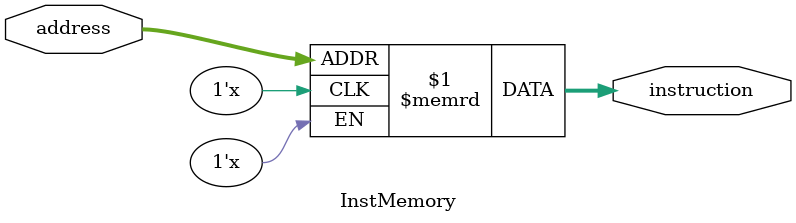
<source format=v>
`timescale 1ns / 1ps


module InstMemory(
    input [31:0] address,
    output [31:0] instruction
    );
    
    reg [31:0] instFile[0:63];

    assign instruction=instFile[address];
endmodule

</source>
